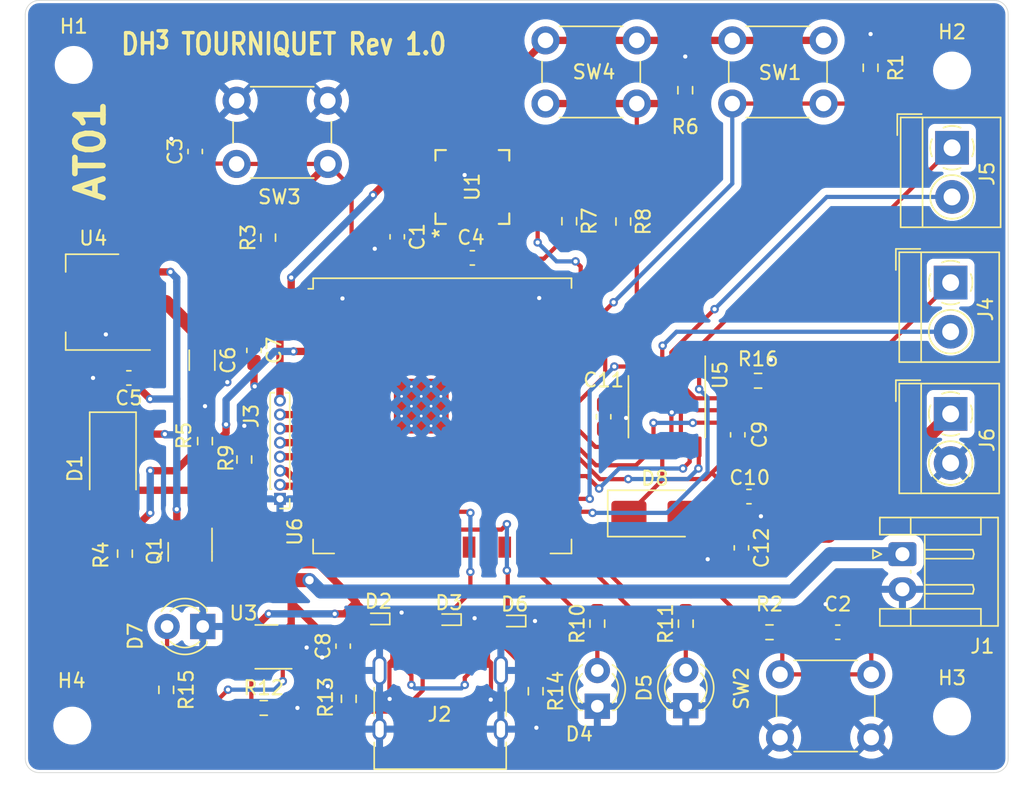
<source format=kicad_pcb>
(kicad_pcb (version 20221018) (generator pcbnew)
  (layers (0 "F.Cu" signal) (31 "B.Cu" signal) (34 "B.Paste" user) (35 "F.Paste" user) (36 "B.SilkS" user "B.Silkscreen") (37 "F.SilkS" user "F.Silkscreen") (38 "B.Mask" user) (39 "F.Mask" user) (44 "Edge.Cuts" user))
  (net 0 "")
  (net 1 "3V3")
  (net 2 "GND")
  (net 3 "VBAT")
  (net 4 "Net-(D1-K)")
  (net 5 "VBUS")
  (net 6 "Net-(D3-A2)")
  (net 7 "Net-(D7-A)")
  (net 8 "RST_SCREEN")
  (net 9 "BL_SCREEN")
  (net 10 "CS")
  (net 11 "DC_SCREEN")
  (net 12 "SCK")
  (net 13 "MOSI")
  (net 14 "Net-(J4-Pin_1)")
  (net 15 "Net-(J4-Pin_2)")
  (net 16 "Net-(J5-Pin_1)")
  (net 17 "Net-(J5-Pin_2)")
  (net 18 "SCL")
  (net 19 "SDA")
  (net 24 "DRV_SLEEP")
  (net 25 "DRV_FAULT")
  (net 26 "SOLENOID_PIN_1")
  (net 27 "SOLENOID_PIN_2")
  (net 28 "MOTOR_PIN_2")
  (net 29 "MOTOR_PIN_1")
  (net 30 "TXD0")
  (net 31 "RXD0")
  (net 32 "Net-(C2-Pad1)")
  (net 33 "Net-(U5-VCP)")
  (net 34 "Net-(D8-K)")
  (net 35 "Net-(U5-VINT)")
  (net 36 "Net-(D4-A)")
  (net 37 "Net-(D5-A)")
  (net 38 "Net-(D6-A2)")
  (net 39 "Net-(J2-CC1)")
  (net 41 "Net-(J2-CC2)")
  (net 43 "Net-(U3-PROG)")
  (net 44 "Net-(U3-STAT)")
  (net 45 "Net-(U5-AISEN)")
  (net 46 "Net-(U1-VDD)")
  (net 47 "Net-(U1-VSS)")
  (net 50 "Net-(U6-EN)")
  (net 51 "Net-(U6-IO4)")
  (net 56 "Net-(U6-IO45)")
  (net 57 "Net-(U6-IO48)")
  (net 58 "Net-(U6-IO42)")
  (net 59 "Net-(U6-IO0)")
  (net 60 "Net-(U6-IO41)")
  (net 69 "Net-(D8-A)")
  (footprint "LED_THT:LED_D3.0mm" (layer "F.Cu") (at 163.039394 120.23 90)
    (fp_text reference "D5")
    (fp_text value "LED")
  )
  (footprint "Resistor_SMD:R_0603_1608Metric_Pad0.98x0.95mm_HandSolder" (layer "F.Cu") (at 133.3 86.9 90)
    (fp_text reference "R3")
    (fp_text value "10K")
  )
  (footprint "Package_TO_SOT_SMD:SOT-23-5" (layer "F.Cu") (at 133.176894 116.04 180)
    (fp_text reference "U3")
    (fp_text value "MCP73831-2-OT")
  )
  (footprint "Resistor_SMD:R_0603_1608Metric_Pad0.98x0.95mm_HandSolder" (layer "F.Cu") (at 156.739394 114.3875 90)
    (fp_text reference "R10")
    (fp_text value "5.1K")
  )
  (footprint "MountingHole:MountingHole_2.2mm_M2_ISO7380" (layer "F.Cu") (at 182 75)
    (fp_text reference "H2")
    (fp_text value "MountingHole")
  )
  (footprint "Capacitor_SMD:C_0603_1608Metric_Pad1.08x0.95mm_HandSolder" (layer "F.Cu") (at 147.839394 88.34)
    (fp_text reference "C4")
    (fp_text value "1nF")
  )
  (footprint "Resistor_SMD:R_0603_1608Metric_Pad0.98x0.95mm_HandSolder" (layer "F.Cu") (at 131.6 102.7 90)
    (fp_text reference "R9")
    (fp_text value "100K")
  )
  (footprint "Diode_SMD:D_SOD-923" (layer "F.Cu") (at 146.18 114.1 180)
    (fp_text reference "D3")
    (fp_text value "ESD9B3.3ST5G")
  )
  (footprint "Button_Switch_THT:SW_PUSH_6mm" (layer "F.Cu") (at 166.35 72.85)
    (fp_text reference "SW1")
    (fp_text value "SW_Push")
  )
  (footprint "Resistor_SMD:R_0603_1608Metric_Pad0.98x0.95mm_HandSolder" (layer "F.Cu") (at 169 115)
    (fp_text reference "R2")
    (fp_text value "10K")
  )
  (footprint "Resistor_SMD:R_0603_1608Metric_Pad0.98x0.95mm_HandSolder" (layer "F.Cu") (at 176.2 74.8 90)
    (fp_text reference "R1")
    (fp_text value "10K")
  )
  (footprint "MountingHole:MountingHole_2.2mm_M2_ISO7380" (layer "F.Cu") (at 119.45 74.6)
    (fp_text reference "H1")
    (fp_text value "MountingHole")
  )
  (footprint "Resistor_SMD:R_0603_1608Metric_Pad0.98x0.95mm_HandSolder" (layer "F.Cu") (at 132.983144 120.39)
    (fp_text reference "R12")
    (fp_text value "5.1K")
  )
  (footprint "Diode_SMD:D_SOD-923" (layer "F.Cu") (at 150.78 114.2 180)
    (fp_text reference "D6")
    (fp_text value "ESD9B3.3ST5G")
  )
  (footprint "Capacitor_SMD:C_0603_1608Metric_Pad1.08x0.95mm_HandSolder" (layer "F.Cu") (at 166.739394 100.94 -90)
    (fp_text reference "C9")
    (fp_text value "0.01uF")
  )
  (footprint "Capacitor_SMD:C_0603_1608Metric_Pad1.08x0.95mm_HandSolder" (layer "F.Cu") (at 167.001894 108.99 -90)
    (fp_text reference "C12")
    (fp_text value "100uF")
  )
  (footprint "Resistor_SMD:R_0603_1608Metric_Pad0.98x0.95mm_HandSolder" (layer "F.Cu") (at 163.039394 114.39 90)
    (fp_text reference "R11")
    (fp_text value "5.1K")
  )
  (footprint "TerminalBlock_4Ucon:TerminalBlock_4Ucon_1x02_P3.50mm_Horizontal" (layer "F.Cu") (at 181.9 90.1 -90)
    (fp_text reference "J4")
    (fp_text value "Solenoid Valve Connector")
  )
  (footprint "Resistor_SMD:R_0603_1608Metric_Pad0.98x0.95mm_HandSolder" (layer "F.Cu") (at 152.35 119.2 -90)
    (fp_text reference "R14")
    (fp_text value "5.1K")
  )
  (footprint "Package_SO:TSSOP-16_4.4x5mm_P0.65mm" (layer "F.Cu") (at 161.689394 98.94 -90)
    (fp_text reference "U5")
    (fp_text value "DRV8833PW")
  )
  (footprint "Button_Switch_THT:SW_PUSH_6mm" (layer "F.Cu") (at 169.75 118)
    (fp_text reference "SW2")
    (fp_text value "SW_Push")
  )
  (footprint "Connector_USB:USB_C_Receptacle_HRO_TYPE-C-31-M-12" (layer "F.Cu") (at 145.55 120.85)
    (fp_text reference "J2")
    (fp_text value "USB_C_Receptacle_USB2.0")
  )
  (footprint "Connector_PinHeader_1.00mm:PinHeader_1x08_P1.00mm_Vertical" (layer "F.Cu") (at 134.139394 105.5 180)
    (fp_text reference "J3")
    (fp_text value "Conn_01x08")
  )
  (footprint "Capacitor_SMD:C_0603_1608Metric_Pad1.08x0.95mm_HandSolder" (layer "F.Cu") (at 167.539394 105.34 180)
    (fp_text reference "C10")
    (fp_text value "10uF")
  )
  (footprint "Resistor_SMD:R_0603_1608Metric_Pad0.98x0.95mm_HandSolder" (layer "F.Cu") (at 139.039394 119.74 90)
    (fp_text reference "R13")
    (fp_text value "5.1K")
  )
  (footprint "Capacitor_SMD:C_1206_3216Metric_Pad1.33x1.80mm_HandSolder" (layer "F.Cu") (at 128.589394 95.6275 -90)
    (fp_text reference "C6")
    (fp_text value "10uF")
  )
  (footprint "MountingHole:MountingHole_2.2mm_M2_ISO7380" (layer "F.Cu") (at 182 121)
    (fp_text reference "H3")
    (fp_text value "MountingHole")
  )
  (footprint "Capacitor_SMD:C_0603_1608Metric_Pad1.08x0.95mm_HandSolder" (layer "F.Cu") (at 138.639394 115.99 90)
    (fp_text reference "C8")
    (fp_text value "4.7uF")
  )
  (footprint "Capacitor_SMD:C_0603_1608Metric_Pad1.08x0.95mm_HandSolder" (layer "F.Cu") (at 123.376894 96.89 180)
    (fp_text reference "C5")
    (fp_text value "10uF")
  )
  (footprint "Resistor_SMD:R_0603_1608Metric_Pad0.98x0.95mm_HandSolder" (layer "F.Cu") (at 158.589394 85.7525 -90)
    (fp_text reference "R8")
    (fp_text value "2.2K")
  )
  (footprint "Capacitor_SMD:C_0603_1608Metric_Pad1.08x0.95mm_HandSolder" (layer "F.Cu") (at 132.289394 94.9275 -90)
    (fp_text reference "C7")
    (fp_text value "100uF")
  )
  (footprint "Capacitor_SMD:C_0603_1608Metric_Pad1.08x0.95mm_HandSolder" (layer "F.Cu") (at 128.1 80.7625 90)
    (fp_text reference "C3")
    (fp_text value "1uF")
  )
  (footprint "Capacitor_SMD:C_0603_1608Metric_Pad1.08x0.95mm_HandSolder" (layer "F.Cu") (at 173.8625 115 180)
    (fp_text reference "C2")
    (fp_text value "1uF")
  )
  (footprint "Button_Switch_THT:SW_PUSH_6mm" (layer "F.Cu") (at 137.55 81.65 180)
    (fp_text reference "SW3")
    (fp_text value "SW_Push")
  )
  (footprint "Diode_SMD:D_SOD-923" (layer "F.Cu") (at 141.1 114.05 180)
    (fp_text reference "D2")
    (fp_text value "ESD9B3.3ST5G")
  )
  (footprint "RF_Module:ESP32-S3-WROOM-1U" (layer "F.Cu") (at 145.7 99.59)
    (fp_text reference "U6")
    (fp_text value "ESP32-WROOM-32")
  )
  (footprint "Button_Switch_THT:SW_PUSH_6mm" (layer "F.Cu") (at 153.05 72.85)
    (fp_text reference "SW4")
    (fp_text value "SW_Push")
  )
  (footprint "TerminalBlock_4Ucon:TerminalBlock_4Ucon_1x02_P3.50mm_Horizontal" (layer "F.Cu") (at 181.9 99.45 -90)
    (fp_text reference "J6")
    (fp_text value "External Battery")
  )
  (footprint "Resistor_SMD:R_0603_1608Metric_Pad0.98x0.95mm_HandSolder" (layer "F.Cu") (at 126.039394 119.1025 -90)
    (fp_text reference "R15")
    (fp_text value "5.1K")
  )
  (footprint "Resistor_SMD:R_0603_1608Metric_Pad0.98x0.95mm_HandSolder" (layer "F.Cu") (at 123.1 109.4 -90)
    (fp_text reference "R4")
    (fp_text value "20K")
  )
  (footprint "MountingHole:MountingHole_2.2mm_M2_ISO7380" (layer "F.Cu") (at 119.35 121.65)
    (fp_text reference "H4")
    (fp_text value "MountingHole")
  )
  (footprint "Resistor_SMD:R_0603_1608Metric_Pad0.98x0.95mm_HandSolder" (layer "F.Cu") (at 128.8 101.3875 -90)
    (fp_text reference "R5")
    (fp_text value "10K")
  )
  (footprint "Capacitor_SMD:C_0603_1608Metric_Pad1.08x0.95mm_HandSolder" (layer "F.Cu") (at 142.489394 86.84 -90)
    (fp_text reference "C1")
    (fp_text value "0.1uF")
  )
  (footprint "LED_THT:LED_D3.0mm" (layer "F.Cu") (at 128.639394 114.59 180)
    (fp_text reference "D7")
    (fp_text value "LED")
  )
  (footprint "Resistor_SMD:R_0603_1608Metric_Pad0.98x0.95mm_HandSolder" (layer "F.Cu") (at 154.739394 85.7275 -90)
    (fp_text reference "R7")
    (fp_text value "2.2K")
  )
  (footprint "Resistor_SMD:R_0603_1608Metric_Pad0.98x0.95mm_HandSolder" (layer "F.Cu") (at 168.189394 97.09 180)
    (fp_text reference "R16")
    (fp_text value "2.2K")
  )
  (footprint "Diode_SMD:D_SMA" (layer "F.Cu") (at 122.239394 102.84 -90)
    (fp_text reference "D1")
    (fp_text value "B120-E3")
  )
  (footprint "LED_THT:LED_D3.0mm" (layer "F.Cu") (at 156.739394 120.265 90)
    (fp_text reference "D4")
    (fp_text value "LED")
  )
  (footprint "Package_TO_SOT_SMD:SOT-23" (layer "F.Cu") (at 127.739394 109.2775 -90)
    (fp_text reference "Q1")
    (fp_text value "DMG2301L")
  )
  (footprint "Diode_SMD:D_SMA" (layer "F.Cu") (at 160.989394 106.54)
    (fp_text reference "D8")
    (fp_text value "B120-E3")
  )
  (footprint "Connector_JST:JST_EH_S2B-EH_1x02_P2.50mm_Horizontal" (layer "F.Cu") (at 178.4675 109.44 -90)
    (fp_text reference "J1")
    (fp_text value "JST Connector")
  )
  (footprint "Resistor_SMD:R_0603_1608Metric_Pad0.98x0.95mm_HandSolder" (layer "F.Cu") (at 163 76.4 -90)
    (fp_text reference "R6")
    (fp_text value "10K")
  )
  (footprint "TerminalBlock_4Ucon:TerminalBlock_4Ucon_1x02_P3.50mm_Horizontal" (layer "F.Cu") (at 182 80.5 -90)
    (fp_text reference "J5")
    (fp_text value "DC Pump Connector")
  )
  (footprint "Package_TO_SOT_SMD:SOT-223-3_TabPin2" (layer "F.Cu") (at 120.789394 91.49 180)
    (fp_text reference "U4")
    (fp_text value "LM1117MP-3.3")
  )
  (footprint "Capacitor_SMD:C_0603_1608Metric_Pad1.08x0.95mm_HandSolder" (layer "F.Cu") (at 157.189394 99.6525 90)
    (fp_text reference "C11")
    (fp_text value "2.2uF")
  )
  (footprint "MPRLS0025PA00001A:MPRLS_HNW" (layer "F.Cu") (at 147.839394 83.29 90)
    (fp_text reference "U1")
    (fp_text value "MPRLS0025PA00001A")
  )
  (gr_line (start 186 71) (end 186 124) (stroke (width 0.05)) (layer "Edge.Cuts"))
  (gr_arc (start 185 70) (mid 185.707107 70.292893) (end 186 71) (stroke (width 0.05)) (layer "Edge.Cuts"))
  (gr_line (start 185 125) (end 117 125) (stroke (width 0.05)) (layer "Edge.Cuts"))
  (gr_arc (start 186 124) (mid 185.707107 124.707107) (end 185 125) (stroke (width 0.05)) (layer "Edge.Cuts"))
  (gr_arc (start 116 71) (mid 116.292893 70.292893) (end 117 70) (stroke (width 0.05)) (layer "Edge.Cuts"))
  (gr_arc (start 117 125) (mid 116.292893 124.707107) (end 116 124) (stroke (width 0.05)) (layer "Edge.Cuts"))
  (gr_line (start 116 124) (end 116 71) (stroke (width 0.05)) (layer "Edge.Cuts"))
  (gr_line (start 117 70) (end 185 70) (stroke (width 0.05)) (layer "Edge.Cuts"))
  (gr_text "AT01" (at 121.8 84.5 90) (layer "F.SilkS") (effects (font (size 2 2) (thickness 0.4) bold) (justify left bottom)))
  (gr_text "DH^{3} TOURNIQUET Rev 1.0" (at 122.7 74) (layer "F.SilkS") (effects (font (size 1.5 1.2) (thickness 0.25) bold) (justify left bottom)))
  (segment (start 153.05 72.85) (end 151.14573 74.75427) (width 0.52) (layer "F.Cu") (net 1))
  (segment (start 133.3 91.945606) (end 133.854394 92.5) (width 0.52) (layer "F.Cu") (net 1))
  (segment (start 133.3 87.8125) (end 133.3 91.945606) (width 0.52) (layer "F.Cu") (net 1))
  (segment (start 149.109394 81.190055) (end 151.14573 81.190055) (width 0.52) (layer "F.Cu") (net 1))
  (segment (start 154.739394 84.815) (end 154.739394 83.24) (width 0.52) (layer "F.Cu") (net 1))
  (segment (start 140.764394 83.865) (end 144.289394 80.34) (width 0.52) (layer "F.Cu") (net 1))
  (segment (start 134.139394 98.5) (end 134.139394 93.3) (width 0.52) (layer "F.Cu") (net 1))
  (segment (start 142.489394 85.9775) (end 142.489394 82.14) (width 0.52) (layer "F.Cu") (net 1))
  (segment (start 133.854394 92.5) (end 134.939394 92.5) (width 1) (layer "F.Cu") (net 1))
  (segment (start 134.939394 89.74) (end 134.939394 92.5) (width 0.52) (layer "F.Cu") (net 1))
  (segment (start 123.939394 91.49) (end 126.014394 91.49) (width 1) (layer "F.Cu") (net 1))
  (segment (start 149.109394 80.834455) (end 149.109394 81.190055) (width 0.52) (layer "F.Cu") (net 1))
  (segment (start 166.35 72.85) (end 159.55 72.85) (width 0.52) (layer "F.Cu") (net 1))
  (segment (start 166.35 72.85) (end 172.85 72.85) (width 0.52) (layer "F.Cu") (net 1))
  (segment (start 145.389394 80.34) (end 148.614939 80.34) (width 0.52) (layer "F.Cu") (net 1))
  (segment (start 117.639394 91.49) (end 123.939394 91.49) (width 1) (layer "F.Cu") (net 1))
  (segment (start 154.739394 83.24) (end 156.989394 83.24) (width 0.52) (layer "F.Cu") (net 1))
  (segment (start 132.289394 94.065) (end 133.854394 92.5) (width 1) (layer "F.Cu") (net 1))
  (segment (start 151.14573 74.75427) (end 151.14573 81.190055) (width 0.52) (layer "F.Cu") (net 1))
  (segment (start 151.14573 81.190055) (end 153.195675 83.24) (width 0.52) (layer "F.Cu") (net 1))
  (segment (start 156.989394 83.24) (end 158.589394 84.84) (width 0.52) (layer "F.Cu") (net 1))
  (segment (start 148.614939 80.34) (end 149.109394 80.834455) (width 0.52) (layer "F.Cu") (net 1))
  (segment (start 128.589394 94.065) (end 132.289394 94.065) (width 1) (layer "F.Cu") (net 1))
  (segment (start 126.014394 91.49) (end 128.589394 94.065) (width 1) (layer "F.Cu") (net 1))
  (segment (start 134.139394 93.3) (end 134.939394 92.5) (width 0.52) (layer "F.Cu") (net 1))
  (segment (start 144.289394 80.34) (end 145.389394 80.34) (width 0.52) (layer "F.Cu") (net 1))
  (segment (start 134.939394 92.5) (end 136.954394 92.5) (width 1) (layer "F.Cu") (net 1))
  (segment (start 153.05 72.85) (end 159.55 72.85) (width 0.52) (layer "F.Cu") (net 1))
  (segment (start 153.195675 83.24) (end 154.739394 83.24) (width 0.52) (layer "F.Cu") (net 1))
  (via (at 140.764394 83.865) (size 0.6) (drill 0.3) (layers "F.Cu" "B.Cu") (net 1))
  (via (at 134.939394 89.74) (size 0.6) (drill 0.3) (layers "F.Cu" "B.Cu") (net 1))
  (segment (start 140.764394 83.915) (end 134.939394 89.74) (width 0.52) (layer "B.Cu") (net 1))
  (segment (start 140.764394 83.865) (end 140.764394 83.915) (width 0.52) (layer "B.Cu") (net 1))
  (segment (start 134.364394 116.09) (end 136.039394 116.09) (width 0.3) (layer "F.Cu") (net 2))
  (segment (start 142.35 114.05) (end 142.8 113.6) (width 0.3) (layer "F.Cu") (net 2))
  (segment (start 137.551894 118.8275) (end 137.539394 118.84) (width 0.3) (layer "F.Cu") (net 2))
  (segment (start 146.569394 81.190055) (end 146.569394 81.72) (width 0.3) (layer "F.Cu") (net 2))
  (segment (start 146.569394 81.72) (end 147.289394 82.44) (width 0.3) (layer "F.Cu") (net 2))
  (segment (start 139.039394 118.8275) (end 137.551894 118.8275) (width 0.3) (layer "F.Cu") (net 2))
  (segment (start 173 115) (end 173 113) (width 0.3) (layer "F.Cu") (net 2))
  (segment (start 152.62 91.18) (end 152.6 91.2) (width 0.3) (layer "F.Cu") (net 2))
  (segment (start 147.9 114.1) (end 148 114) (width 0.21) (layer "F.Cu") (net 2))
  (segment (start 132.289394 97.44) (end 132.339394 97.49) (width 0.52) (layer "F.Cu") (net 2))
  (segment (start 154.45 91.18) (end 152.62 91.18) (width 0.3) (layer "F.Cu") (net 2))
  (segment (start 123.939394 93.79) (end 121.739394 93.79) (width 0.52) (layer "F.Cu") (net 2))
  (segment (start 169.101894 97.09) (end 169.101894 95.6025) (width 0.3) (layer "F.Cu") (net 2))
  (segment (start 122.514394 96.89) (end 120.826894 96.89) (width 0.52) (layer "F.Cu") (net 2))
  (segment (start 141.935 119.735) (end 141.95 119.75) (width 0.3) (layer "F.Cu") (net 2))
  (segment (start 168.401894 105.34) (end 168.401894 106.7275) (width 0.3) (layer "F.Cu") (net 2))
  (segment (start 149.165 117.17) (end 149.165 119.785) (width 0.3) (layer "F.Cu") (net 2))
  (segment (start 162.014394 99.365) (end 162.039394 99.34) (width 0.3) (layer "F.Cu") (net 2))
  (segment (start 162.014394 101.8025) (end 162.014394 99.365) (width 0.3) (layer "F.Cu") (net 2))
  (segment (start 131.6 100.3) (end 131.6 101.7875) (width 0.52) (layer "F.Cu") (net 2))
  (segment (start 140.901894 87.7025) (end 140.889394 87.69) (width 0.52) (layer "F.Cu") (net 2))
  (segment (start 142.489394 87.7025) (end 140.901894 87.7025) (width 0.52) (layer "F.Cu") (net 2))
  (segment (start 142.3 116.805) (end 141.935 117.17) (width 0.3) (layer "F.Cu") (net 2))
  (segment (start 133.895644 120.39) (end 135.383144 120.39) (width 0.3) (layer "F.Cu") (net 2))
  (segment (start 152.35 121.75) (end 152.4 121.8) (width 0.3) (layer "F.Cu") (net 2))
  (segment (start 138.589394 91.23) (end 136.954394 91.23) (width 0.52) (layer "F.Cu") (net 2))
  (segment (start 137.201894 116.8525) (end 137.139394 116.79) (width 0.3) (layer "F.Cu") (net 2))
  (segment (start 157.189394 100.515) (end 158.014394 100.515) (width 0.3) (layer "F.Cu") (net 2))
  (segment (start 151.2 114.2) (end 152.3 114.2) (width 0.3) (layer "F.Cu") (net 2))
  (segment (start 149.165 119.785) (end 149.15 119.8) (width 0.3) (layer "F.Cu") (net 2))
  (segment (start 128.8 100.475) (end 128.8 98.9) (width 0.52) (layer "F.Cu") (net 2))
  (segment (start 164.6525 109.8525) (end 164.6 109.8) (width 0.52) (layer "F.Cu") (net 2))
  (segment (start 128.1 79.9) (end 126.4375 79.9) (width 0.3) (layer "F.Cu") (net 2))
  (segment (start 138.639394 116.8525) (end 137.201894 116.8525) (width 0.3) (layer "F.Cu") (net 2))
  (segment (start 167.001894 109.8525) (end 164.6525 109.8525) (width 0.52) (layer "F.Cu") (net 2))
  (segment (start 169.101894 95.6025) (end 169.089394 95.59) (width 0.3) (layer "F.Cu") (net 2))
  (segment (start 152.35 120.1125) (end 152.35 121.75) (width 0.3) (layer "F.Cu") (net 2))
  (segment (start 146.6 114.1) (end 147.9 114.1) (width 0.21) (layer "F.Cu") (net 2))
  (segment (start 148.8 116.805) (end 149.165 117.17) (width 0.3) (layer "F.Cu") (net 2))
  (segment (start 132.289394 95.79) (end 132.289394 97.44) (width 0.52) (layer "F.Cu") (net 2))
  (segment (start 163 75.4875) (end 163 74) (width 0.3) (layer "F.Cu") (net 2))
  (segment (start 141.52 114.05) (end 142.35 114.05) (width 0.3) (layer "F.Cu") (net 2))
  (segment (start 168.401894 106.7275) (end 168.389394 106.74) (width 0.3) (layer "F.Cu") (net 2))
  (segment (start 128.589394 97.19) (end 130.389394 97.19) (width 0.52) (layer "F.Cu") (net 2))
  (segment (start 176.2 73.8875) (end 176.2 72.4) (width 0.3) (layer "F.Cu") (net 2))
  (segment (start 158.014394 100.515) (end 158.789394 99.74) (width 0.3) (layer "F.Cu") (net 2))
  (segment (start 141.935 117.17) (end 141.935 119.735) (width 0.3) (layer "F.Cu") (net 2))
  (segment (start 126.4375 79.9) (end 126.4 79.8625) (width 0.3) (layer "F.Cu") (net 2))
  (segment (start 134.314394 116.04) (end 134.364394 116.09) (width 0.3) (layer "F.Cu") (net 2))
  (via (at 147.289394 82.44) (size 0.6) (drill 0.3) (layers "F.Cu" "B.Cu") (net 2))
  (via (at 148 114) (size 0.6) (drill 0.3) (layers "F.Cu" "B.Cu") (net 2))
  (via (at 135.383144 120.39) (size 0.6) (drill 0.3) (layers "F.Cu" "B.Cu") (net 2))
  (via (at 126.4 79.8625) (size 0.6) (drill 0.3) (layers "F.Cu" "B.Cu") (net 2))
  (via (at 149.15 119.8) (size 0.6) (drill 0.3) (layers "F.Cu" "B.Cu") (net 2))
  (via (at 132.339394 97.49) (size 0.6) (drill 0.3) (layers "F.Cu" "B.Cu") (net 2))
  (via (at 152.3 114.2) (size 0.6) (drill 0.3) (layers "F.Cu" "B.Cu") (net 2))
  (via (at 162.039394 99.34) (size 0.6) (drill 0.3) (layers "F.Cu" "B.Cu") (net 2))
  (via (at 140.889394 87.69) (size 0.6) (drill 0.3) (layers "F.Cu" "B.Cu") (net 2))
  (via (at 121.739394 93.79) (size 0.6) (drill 0.3) (layers "F.Cu" "B.Cu") (net 2))
  (via (at 164.6 109.8) (size 0.6) (drill 0.3) (layers "F.Cu" "B.Cu") (net 2))
  (via (at 169.089394 95.59) (size 0.6) (drill 0.3) (layers "F.Cu" "B.Cu") (net 2))
  (via (at 163 74) (size 0.6) (drill 0.3) (layers "F.Cu" "B.Cu") (net 2))
  (via (at 136.039394 116.09) (size 0.6) (drill 0.3) (layers "F.Cu" "B.Cu") (net 2))
  (via (at 128.8 98.9) (size 0.6) (drill 0.3) (layers "F.Cu" "B.Cu") (net 2))
  (via (at 137.539394 118.84) (size 0.6) (drill 0.3) (layers "F.Cu" "B.Cu") (net 2))
  (via (at 152.4 121.8) (size 0.6) (drill 0.3) (layers "F.Cu" "B.Cu") (net 2))
  (via (at 168.389394 106.74) (size 0.6) (drill 0.3) (layers "F.Cu" "B.Cu") (net 2))
  (via (at 131.6 100.3) (size 0.6) (drill 0.3) (layers "F.Cu" "B.Cu") (net 2))
  (via (at 142.8 113.6) (size 0.6) (drill 0.3) (layers "F.Cu" "B.Cu") (net 2))
  (via (at 130.389394 97.19) (size 0.6) (drill 0.3) (layers "F.Cu" "B.Cu") (net 2))
  (via (at 137.139394 116.79) (size 0.6) (drill 0.3) (layers "F.Cu" "B.Cu") (net 2))
  (via (at 173 113) (size 0.6) (drill 0.3) (layers "F.Cu" "B.Cu") (net 2))
  (via (at 138.589394 91.23) (size 0.6) (drill 0.3) (layers "F.Cu" "B.Cu") (net 2))
  (via (at 158.789394 99.74) (size 0.6) (drill 0.3) (layers "F.Cu" "B.Cu") (net 2))
  (via (at 152.6 91.2) (size 0.6) (drill 0.3) (layers "F.Cu" "B.Cu") (net 2))
  (via (at 120.826894 96.89) (size 0.6) (drill 0.3) (layers "F.Cu" "B.Cu") (net 2))
  (via (at 141.95 119.75) (size 0.6) (drill 0.3) (layers "F.Cu" "B.Cu") (net 2))
  (via (at 176.2 72.4) (size 0.6) (drill 0.3) (layers "F.Cu" "B.Cu") (net 2))
  (segment (start 137.239394 115.19) (end 134.939394 112.89) (width 0.52) (layer "F.Cu") (net 3))
  (segment (start 134.939394 111.29) (end 129.3 111.29) (width 1) (layer "F.Cu") (net 3))
  (segment (start 134.939394 114.465) (end 134.939394 112.89) (width 0.52) (layer "F.Cu") (net 3))
  (segment (start 134.314394 115.09) (end 134.939394 114.465) (width 0.52) (layer "F.Cu") (net 3))
  (segment (start 124.0775 111.29) (end 123.1 110.3125) (width 0.52) (layer "F.Cu") (net 3))
  (segment (start 128.814394 111.29) (end 127.739394 110.215) (width 1) (layer "F.Cu") (net 3))
  (segment (start 134.939394 112.89) (end 134.939394 111.29) (width 0.52) (layer "F.Cu") (net 3))
  (segment (start 129.3 111.29) (end 124.0775 111.29) (width 0.52) (layer "F.Cu") (net 3))
  (segment (start 134.939394 111.29) (end 136.239394 111.29) (width 1) (layer "F.Cu") (net 3))
  (segment (start 138.539394 115.19) (end 137.239394 115.19) (width 0.52) (layer "F.Cu") (net 3))
  (segment (start 129.3 111.29) (end 128.814394 111.29) (width 1) (layer "F.Cu") (net 3))
  (via (at 136.239394 111.29) (size 1) (drill 0.6) (layers "F.Cu" "B.Cu") (net 3))
  (segment (start 163.4 112.1) (end 170.646894 112.1) (width 1) (layer "B.Cu") (net 3))
  (segment (start 170.646894 112.1) (end 173.306894 109.44) (width 1) (layer "B.Cu") (net 3))
  (segment (start 173.306894 109.44) (end 178.4675 109.44) (width 1) (layer "B.Cu") (net 3))
  (segment (start 137.049394 112.1) (end 136.239394 111.29) (width 1) (layer "B.Cu") (net 3))
  (segment (start 163.4 112.1) (end 137.049394 112.1) (width 1) (layer "B.Cu") (net 3))
  (segment (start 122.289394 100.89) (end 125.939394 100.89) (width 0.52) (layer "F.Cu") (net 4))
  (segment (start 124.089394 89.34) (end 123.939394 89.19) (width 0.52) (layer "F.Cu") (net 4))
  (segment (start 124.239394 96.89) (end 124.239394 97.74) (width 0.52) (layer "F.Cu") (net 4))
  (segment (start 126.789394 108.34) (end 126.789394 106.24) (width 0.52) (layer "F.Cu") (net 4))
  (segment (start 126.339394 89.34) (end 124.089394 89.34) (width 0.52) (layer "F.Cu") (net 4))
  (segment (start 122.239394 100.84) (end 122.289394 100.89) (width 0.52) (layer "F.Cu") (net 4))
  (segment (start 124.239394 97.74) (end 124.889394 98.39) (width 0.52) (layer "F.Cu") (net 4))
  (via (at 125.939394 100.89) (size 0.6) (drill 0.3) (layers "F.Cu" "B.Cu") (net 4))
  (via (at 124.889394 98.39) (size 0.6) (drill 0.3) (layers "F.Cu" "B.Cu") (net 4))
  (via (at 126.789394 106.24) (size 0.6) (drill 0.3) (layers "F.Cu" "B.Cu") (net 4))
  (via (at 126.339394 89.34) (size 0.6) (drill 0.3) (layers "F.Cu" "B.Cu") (net 4))
  (segment (start 126.789394 98.39) (end 126.789394 90.04) (width 0.52) (layer "B.Cu") (net 4))
  (segment (start 126.789394 89.79) (end 126.339394 89.34) (width 0.52) (layer "B.Cu") (net 4))
  (segment (start 126.789394 100.94) (end 126.789394 98.39) (width 0.52) (layer "B.Cu") (net 4))
  (segment (start 125.989394 100.94) (end 125.939394 100.89) (width 0.52) (layer "B.Cu") (net 4))
  (segment (start 126.789394 106.24) (end 126.789394 100.94) (width 0.52) (layer "B.Cu") (net 4))
  (segment (start 126.789394 98.39) (end 124.889394 98.39) (width 0.52) (layer "B.Cu") (net 4))
  (segment (start 126.789394 90.04) (end 126.789394 89.79) (width 0.52) (layer "B.Cu") (net 4))
  (segment (start 126.789394 100.94) (end 125.989394 100.94) (width 0.52) (layer "B.Cu") (net 4))
  (segment (start 143.1 117.664695) (end 143.1 116.805) (width 0.3) (layer "F.Cu") (net 5))
  (segment (start 132.239394 110.139394) (end 132.239394 110.2) (width 0.52) (layer "F.Cu") (net 5))
  (segment (start 139.569394 112.939394) (end 140.68 114.05) (width 0.52) (layer "F.Cu") (net 5))
  (segment (start 131.6 103.6125) (end 131.6 107.2) (width 0.52) (layer "F.Cu") (net 5))
  (segment (start 147.3 118.23) (end 148 117.53) (width 0.3) (layer "F.Cu") (net 5))
  (segment (start 140.68 114.05) (end 140.68 114.175) (width 0.52) (layer "F.Cu") (net 5))
  (segment (start 122.239394 104.84) (end 122.289394 104.89) (width 0.52) (layer "F.Cu") (net 5))
  (segment (start 142.105 115.6) (end 142.770538 115.6) (width 0.52) (layer "F.Cu") (net 5))
  (segment (start 130.44 108.34) (end 132.239394 110.139394) (width 0.52) (layer "F.Cu") (net 5))
  (segment (start 131.6 107.2) (end 131.599697 107.200303) (width 0.52) (layer "F.Cu") (net 5))
  (segment (start 142.770538 115.6) (end 143.1 115.929462) (width 0.52) (layer "F.Cu") (net 5))
  (segment (start 148 117.53) (end 148 116.805) (width 0.3) (layer "F.Cu") (net 5))
  (segment (start 140.68 114.175) (end 142.105 115.6) (width 0.52) (layer "F.Cu") (net 5))
  (segment (start 130.939394 106.54) (end 132.239394 107.84) (width 0.52) (layer "F.Cu") (net 5))
  (segment (start 138.739394 113.69) (end 139.569394 112.86) (width 0.52) (layer "F.Cu") (net 5))
  (segment (start 143.1 115.929462) (end 143.1 116.805) (width 0.52) (layer "F.Cu") (net 5))
  (segment (start 132.239394 110.2) (end 136.909394 110.2) (width 0.52) (layer "F.Cu") (net 5))
  (segment (start 139.569394 112.86) (end 139.569394 112.939394) (width 0.52) (layer "F.Cu") (net 5))
  (segment (start 147.3 118.75) (end 147.3 118.23) (width 0.3) (layer "F.Cu") (net 5))
  (segment (start 143.5 118.75) (end 143.5 118.064695) (width 0.3) (layer "F.Cu") (net 5))
  (segment (start 143.5 118.064695) (end 143.1 117.664695) (width 0.3) (layer "F.Cu") (net 5))
  (segment (start 129.289394 104.89) (end 130.939394 106.54) (width 0.52) (layer "F.Cu") (net 5))
  (segment (start 132.039394 115.09) (end 132.039394 114.99) (width 0.52) (layer "F.Cu") (net 5))
  (segment (start 132.239394 107.84) (end 132.239394 110.2) (width 0.52) (layer "F.Cu") (net 5))
  (segment (start 136.909394 110.2) (end 139.569394 112.86) (width 0.52) (layer "F.Cu") (net 5))
  (segment (start 128.689394 108.34) (end 130.44 108.34) (width 0.52) (layer "F.Cu") (net 5))
  (segment (start 138.039394 113.69) (end 138.739394 113.69) (width 0.52) (layer "F.Cu") (net 5))
  (segment (start 132.039394 114.99) (end 133.339394 113.69) (width 0.52) (layer "F.Cu") (net 5))
  (segment (start 122.289394 104.89) (end 129.289394 104.89) (width 0.52) (layer "F.Cu") (net 5))
  (via (at 147.3 118.75) (size 0.6) (drill 0.3) (layers "F.Cu" "B.Cu") (net 5))
  (via (at 143.5 118.75) (size 0.6) (drill 0.3) (layers "F.Cu" "B.Cu") (net 5))
  (via (at 138.039394 113.69) (size 0.6) (drill 0.3) (layers "F.Cu" "B.Cu") (net 5))
  (via (at 133.339394 113.69) (size 0.6) (drill 0.3) (layers "F.Cu" "B.Cu") (net 5))
  (segment (start 133.339394 113.69) (end 138.039394 113.69) (width 0.52) (layer "B.Cu") (net 5))
  (segment (start 143.75 119) (end 147.05 119) (width 0.3) (layer "B.Cu") (net 5))
  (segment (start 143.5 118.75) (end 143.75 119) (width 0.3) (layer "B.Cu") (net 5))
  (segment (start 147.05 119) (end 147.3 118.75) (width 0.3) (layer "B.Cu") (net 5))
  (segment (start 145.76 114.1) (end 145.8 114.14) (width 0.3) (layer "F.Cu") (net 6))
  (segment (start 147.62 106.42) (end 147.7 106.5) (width 0.3) (layer "F.Cu") (net 6))
  (segment (start 145.8 115.935024) (end 145.8 116.805) (width 0.3) (layer "F.Cu") (net 6))
  (segment (start 147.7 112.16) (end 147.7 110.7) (width 0.3) (layer "F.Cu") (net 6))
  (segment (start 144.8 116.805) (end 144.8 115.935024) (width 0.3) (layer "F.Cu") (net 6))
  (segment (start 145.594976 115.73) (end 145.8 115.935024) (width 0.3) (layer "F.Cu") (net 6))
  (segment (start 144.8 115.935024) (end 145.005024 115.73) (width 0.3) (layer "F.Cu") (net 6))
  (segment (start 145.76 114.1) (end 147.7 112.16) (width 0.3) (layer "F.Cu") (net 6))
  (segment (start 145.8 114.14) (end 145.8 116.805) (width 0.3) (layer "F.Cu") (net 6))
  (segment (start 147.68 110.72) (end 147.7 110.7) (width 0.3) (layer "F.Cu") (net 6))
  (segment (start 145.005024 115.73) (end 145.594976 115.73) (width 0.3) (layer "F.Cu") (net 6))
  (segment (start 136.95 106.42) (end 147.62 106.42) (width 0.3) (layer "F.Cu") (net 6))
  (via (at 147.7 110.7) (size 0.6) (drill 0.3) (layers "F.Cu" "B.Cu") (net 6))
  (via (at 147.7 106.5) (size 0.6) (drill 0.3) (layers "F.Cu" "B.Cu") (net 6))
  (segment (start 147.7 110.7) (end 147.7 106.5) (width 0.3) (layer "B.Cu") (net 6))
  (segment (start 126.099394 114.59) (end 126.099394 118.13) (width 0.3) (layer "F.Cu") (net 7))
  (segment (start 126.099394 118.13) (end 126.039394 118.19) (width 0.3) (layer "F.Cu") (net 7))
  (segment (start 134.564394 103.5) (end 134.944394 103.88) (width 0.52) (layer "F.Cu") (net 8))
  (segment (start 134.944394 103.88) (end 136.95 103.88) (width 0.52) (layer "F.Cu") (net 8))
  (segment (start 134.139394 103.5) (end 134.564394 103.5) (width 0.52) (layer "F.Cu") (net 8))
  (segment (start 136.84 102.5) (end 136.95 102.61) (width 0.52) (layer "F.Cu") (net 9))
  (segment (start 134.139394 102.5) (end 136.84 102.5) (width 0.52) (layer "F.Cu") (net 9))
  (segment (start 134.139394 99.5) (end 135.2 99.5) (width 0.52) (layer "F.Cu") (net 10))
  (segment (start 135.9 98.8) (end 136.95 98.8) (width 0.52) (layer "F.Cu") (net 10))
  (segment (start 135.2 99.5) (end 135.9 98.8) (width 0.52) (layer "F.Cu") (net 10))
  (segment (start 135.85 105.15) (end 136.95 105.15) (width 0.52) (layer "F.Cu") (net 11))
  (segment (start 135.3 104.6) (end 135.85 105.15) (width 0.52) (layer "F.Cu") (net 11))
  (segment (start 134.139394 104.5) (end 134.239394 104.6) (width 0.52) (layer "F.Cu") (net 11))
  (segment (start 134.239394 104.6) (end 135.3 104.6) (width 0.52) (layer "F.Cu") (net 11))
  (segment (start 136.79 101.5) (end 136.95 101.34) (width 0.52) (layer "F.Cu") (net 12))
  (segment (start 134.139394 101.5) (end 136.79 101.5) (width 0.52) (layer "F.Cu") (net 12))
  (segment (start 134.139394 100.5) (end 135.77 100.5) (width 0.52) (layer "F.Cu") (net 13))
  (segment (start 136.2 100.07) (end 136.95 100.07) (width 0.52) (layer "F.Cu") (net 13))
  (segment (start 135.77 100.5) (end 136.2 100.07) (width 0.52) (layer "F.Cu") (net 13))
  (segment (start 163.863049 99.19) (end 172.81 99.19) (width 0.3) (layer "F.Cu") (net 14))
  (segment (start 172.81 99.19) (end 181.9 90.1) (width 0.3) (layer "F.Cu") (net 14))
  (segment (start 161.382287 98.19) (end 162.863049 98.19) (width 0.3) (layer "F.Cu") (net 14))
  (segment (start 160.064394 96.0775) (end 160.064394 96.872107) (width 0.3) (layer "F.Cu") (net 14))
  (segment (start 160.064394 96.872107) (end 161.382287 98.19) (width 0.3) (layer "F.Cu") (net 14))
  (segment (start 162.863049 98.19) (end 163.863049 99.19) (width 0.3) (layer "F.Cu") (net 14))
  (segment (start 161.364394 96.0775) (end 161.364394 94.615) (width 0.3) (layer "F.Cu") (net 15))
  (segment (start 161.364394 94.615) (end 161.389394 94.59) (width 0.3) (layer "F.Cu") (net 15))
  (via (at 161.389394 94.59) (size 0.6) (drill 0.3) (layers "F.Cu" "B.Cu") (net 15))
  (segment (start 161.389394 94.59) (end 162.379394 93.6) (width 0.3) (layer "B.Cu") (net 15))
  (segment (start 162.379394 93.6) (end 181.9 93.6) (width 0.3) (layer "B.Cu") (net 15))
  (segment (start 167.214394 91.44) (end 171.06 91.44) (width 0.3) (layer "F.Cu") (net 16))
  (segment (start 163.314394 96.0775) (end 163.314394 95.34) (width 0.3) (layer "F.Cu") (net 16))
  (segment (start 171.06 91.44) (end 182 80.5) (width 0.3) (layer "F.Cu") (net 16))
  (segment (start 163.314394 95.34) (end 167.214394 91.44) (width 0.3) (layer "F.Cu") (net 16))
  (segment (start 162.014394 95.065) (end 162.014394 96.0775) (width 0.3) (layer "F.Cu") (net 17))
  (segment (start 165.089697 91.989697) (end 162.014394 95.065) (width 0.3) (layer "F.Cu") (net 17))
  (via (at 165.089697 91.989697) (size 0.6) (drill 0.3) (layers "F.Cu" "B.Cu") (net 17))
  (segment (start 173.079394 84) (end 182 84) (width 0.3) (layer "B.Cu") (net 17))
  (segment (start 165.089697 91.989697) (end 173.079394 84) (width 0.3) (layer "B.Cu") (net 17))
  (segment (start 153.7 93.72) (end 151.5 91.52) (width 0.3) (layer "F.Cu") (net 18))
  (segment (start 152.929394 88.4) (end 154.689394 86.64) (width 0.3) (layer "F.Cu") (net 18))
  (segment (start 154.45 93.72) (end 153.7 93.72) (width 0.3) (layer "F.Cu") (net 18))
  (segment (start 149.939392 86.839392) (end 151.5 88.4) (width 0.3) (layer "F.Cu") (net 18))
  (segment (start 151.5 88.4) (end 152.929394 88.4) (width 0.3) (layer "F.Cu") (net 18))
  (segment (start 154.689394 86.64) (end 154.739394 86.64) (width 0.3) (layer "F.Cu") (net 18))
  (segment (start 151.5 91.52) (end 151.5 88.4) (width 0.3) (layer "F.Cu") (net 18))
  (segment (start 149.939392 84.56) (end 149.939392 86.839392) (width 0.3) (layer "F.Cu") (net 18))
  (segment (start 155.554394 89.69) (end 155.554394 92.15) (width 0.3) (layer "F.Cu") (net 19))
  (segment (start 152.489394 85.140057) (end 152.489394 87.24) (width 0.3) (layer "F.Cu") (net 19))
  (segment (start 149.939392 83.29) (end 150.639337 83.29) (width 0.3) (layer "F.Cu") (net 19))
  (segment (start 150.639337 83.29) (end 152.489394 85.140057) (width 0.3) (layer "F.Cu") (net 19))
  (segment (start 155.189394 88.59) (end 155.554394 88.955) (width 0.3) (layer "F.Cu") (net 19))
  (segment (start 155.554394 92.15) (end 155.204394 92.5) (width 0.3) (layer "F.Cu") (net 19))
  (segment (start 158.589394 86.665) (end 158.579394 86.665) (width 0.3) (layer "F.Cu") (net 19))
  (segment (start 155.204394 92.5) (end 154.454394 92.5) (width 0.3) (layer "F.Cu") (net 19))
  (segment (start 158.579394 86.665) (end 155.554394 89.69) (width 0.3) (layer "F.Cu") (net 19))
  (segment (start 155.554394 88.955) (end 155.554394 89.69) (width 0.3) (layer "F.Cu") (net 19))
  (via (at 155.189394 88.59) (size 0.6) (drill 0.3) (layers "F.Cu" "B.Cu") (net 19))
  (via (at 152.489394 87.24) (size 0.6) (drill 0.3) (layers "F.Cu" "B.Cu") (net 19))
  (segment (start 153.839394 88.59) (end 155.189394 88.59) (width 0.3) (layer "B.Cu") (net 19))
  (segment (start 152.489394 87.24) (end 153.839394 88.59) (width 0.3) (layer "B.Cu") (net 19))
  (segment (start 156.4 106.5) (end 156.32 106.42) (width 0.3) (layer "F.Cu") (net 24))
  (segment (start 163.989394 97.69) (end 163.989394 96.1025) (width 0.3) (layer "F.Cu") (net 24))
  (segment (start 156.32 106.42) (end 154.45 106.42) (width 0.3) (layer "F.Cu") (net 24))
  (segment (start 163.989394 96.1025) (end 163.964394 96.0775) (width 0.3) (layer "F.Cu") (net 24))
  (via (at 163.989394 97.69) (size 0.6) (drill 0.3) (layers "F.Cu" "B.Cu") (net 24))
  (via (at 156.4 106.5) (size 0.6) (drill 0.3) (layers "F.Cu" "B.Cu") (net 24))
  (segment (start 156.4 106.5) (end 161.698633 106.5) (width 0.3) (layer "B.Cu") (net 24))
  (segment (start 164.589394 98.29) (end 163.989394 97.69) (width 0.3) (layer "B.Cu") (net 24))
  (segment (start 164.589394 103.609239) (end 164.589394 98.29) (width 0.3) (layer "B.Cu") (net 24))
  (segment (start 161.698633 106.5) (end 164.589394 103.609239) (width 0.3) (layer "B.Cu") (net 24))
  (segment (start 156.2 105.5) (end 155.224976 105.5) (width 0.3) (layer "F.Cu") (net 25))
  (segment (start 155.224976 105.5) (end 154.874976 105.15) (width 0.3) (layer "F.Cu") (net 25))
  (segment (start 154.874976 105.15) (end 154.45 105.15) (width 0.3) (layer "F.Cu") (net 25))
  (segment (start 154.454394 105.2) (end 154.569394 105.315) (width 0.3) (layer "F.Cu") (net 25))
  (segment (start 157.95 96.0775) (end 159.414394 96.0775) (width 0.3) (layer "F.Cu") (net 25))
  (via (at 156.2 105.5) (size 0.6) (drill 0.3) (layers "F.Cu" "B.Cu") (net 25))
  (via (at 157.95 96.0775) (size 0.6) (drill 0.3) (layers "F.Cu" "B.Cu") (net 25))
  (segment (start 156.189394 105.489394) (end 156.189394 97.838106) (width 0.3) (layer "B.Cu") (net 25))
  (segment (start 156.2 105.5) (end 156.189394 105.489394) (width 0.3) (layer "B.Cu") (net 25))
  (segment (start 156.189394 97.838106) (end 157.95 96.0775) (width 0.3) (layer "B.Cu") (net 25))
  (segment (start 156.607476 101.8025) (end 159.414394 101.8025) (width 0.3) (layer "F.Cu") (net 26))
  (segment (start 154.874976 100.07) (end 156.607476 101.8025) (width 0.3) (layer "F.Cu") (net 26))
  (segment (start 154.45 100.07) (end 154.874976 100.07) (width 0.3) (layer "F.Cu") (net 26))
  (segment (start 156.644976 103.11) (end 159.494394 103.11) (width 0.3) (layer "F.Cu") (net 27))
  (segment (start 159.494394 103.11) (end 160.064394 102.54) (width 0.3) (layer "F.Cu") (net 27))
  (segment (start 154.874976 101.34) (end 156.644976 103.11) (width 0.3) (layer "F.Cu") (net 27))
  (segment (start 154.45 101.34) (end 154.874976 101.34) (width 0.3) (layer "F.Cu") (net 27))
  (segment (start 160.064394 102.54) (end 160.064394 101.8025) (width 0.3) (layer "F.Cu") (net 27))
  (segment (start 154.45 103.88) (end 155.979394 103.88) (width 0.3) (layer "F.Cu") (net 28))
  (segment (start 163.314394 102.865) (end 162.839394 103.34) (width 0.3) (layer "F.Cu") (net 28))
  (segment (start 163.314394 101.8025) (end 163.314394 102.865) (width 0.3) (layer "F.Cu") (net 28))
  (segment (start 155.979394 103.88) (end 156.864394 104.765) (width 0.3) (layer "F.Cu") (net 28))
  (via (at 156.864394 104.765) (size 0.6) (drill 0.3) (layers "F.Cu" "B.Cu") (net 28))
  (via (at 162.839394 103.34) (size 0.6) (drill 0.3) (layers "F.Cu" "B.Cu") (net 28))
  (segment (start 156.864394 104.765) (end 158.289394 103.34) (width 0.3) (layer "B.Cu") (net 28))
  (segment (start 158.289394 103.34) (end 162.839394 103.34) (width 0.3) (layer "B.Cu") (net 28))
  (segment (start 156.92787 104.1) (end 155.43787 102.61) (width 0.3) (layer "F.Cu") (net 29))
  (segment (start 158.929394 104.1) (end 156.92787 104.1) (width 0.3) (layer "F.Cu") (net 29))
  (segment (start 163.964394 103.315) (end 163.939394 103.34) (width 0.3) (layer "F.Cu") (net 29))
  (segment (start 163.964394 101.8025) (end 163.964394 103.315) (width 0.3) (layer "F.Cu") (net 29))
  (segment (start 155.43787 102.61) (end 154.45 102.61) (width 0.3) (layer "F.Cu") (net 29))
  (segment (start 158.939394 104.09) (end 158.929394 104.1) (width 0.3) (layer "F.Cu") (net 29))
  (via (at 163.939394 103.34) (size 0.6) (drill 0.3) (layers "F.Cu" "B.Cu") (net 29))
  (via (at 158.939394 104.09) (size 0.6) (drill 0.3) (layers "F.Cu" "B.Cu") (net 29))
  (segment (start 163.189394 104.09) (end 158.939394 104.09) (width 0.3) (layer "B.Cu") (net 29))
  (segment (start 163.939394 103.34) (end 163.189394 104.09) (width 0.3) (layer "B.Cu") (net 29))
  (segment (start 169.9125 117.8375) (end 169.75 118) (width 0.3) (layer "F.Cu") (net 32))
  (segment (start 176.25 118) (end 176.25 116.525) (width 0.3) (layer "F.Cu") (net 32))
  (segment (start 169.9125 115) (end 169.9125 117.8375) (width 0.3) (layer "F.Cu") (net 32))
  (segment (start 169.75 118) (end 176.25 118) (width 0.3) (layer "F.Cu") (net 32))
  (segment (start 176.25 116.525) (end 174.725 115) (width 0.3) (layer "F.Cu") (net 32))
  (segment (start 163.539394 100.09) (end 163.551894 100.0775) (width 0.3) (layer "F.Cu") (net 33))
  (segment (start 160.739394 100.09) (end 160.739394 101.7775) (width 0.3) (layer "F.Cu") (net 33))
  (segment (start 160.739394 101.7775) (end 160.714394 101.8025) (width 0.3) (layer "F.Cu") (net 33))
  (segment (start 163.551894 100.0775) (end 166.739394 100.0775) (width 0.3) (layer "F.Cu") (net 33))
  (via (at 163.539394 100.09) (size 0.6) (drill 0.3) (layers "F.Cu" "B.Cu") (net 33))
  (via (at 160.739394 100.09) (size 0.6) (drill 0.3) (layers "F.Cu" "B.Cu") (net 33))
  (segment (start 163.539394 100.09) (end 160.739394 100.09) (width 0.3) (layer "B.Cu") (net 33))
  (segment (start 158.989394 106.54) (end 161.089394 104.44) (width 0.3) (layer "F.Cu") (net 34))
  (segment (start 161.364394 104.165) (end 161.364394 101.8025) (width 0.3) (layer "F.Cu") (net 34))
  (segment (start 164.895644 103.64625) (end 166.739394 101.8025) (width 0.3) (layer "F.Cu") (net 34))
  (segment (start 161.439394 104.09) (end 164.451894 104.09) (width 0.3) (layer "F.Cu") (net 34))
  (segment (start 166.589394 105.34) (end 164.895644 103.64625) (width 0.3) (layer "F.Cu") (net 34))
  (segment (start 166.676894 105.34) (end 166.589394 105.34) (width 0.3) (layer "F.Cu") (net 34))
  (segment (start 161.089394 104.44) (end 161.364394 104.165) (width 0.3) (layer "F.Cu") (net 34))
  (segment (start 164.451894 104.09) (end 164.895644 103.64625) (width 0.3) (layer "F.Cu") (net 34))
  (segment (start 161.364394 104.165) (end 161.439394 104.09) (width 0.3) (layer "F.Cu") (net 34))
  (segment (start 157.189394 98.79) (end 157.289394 98.69) (width 0.3) (layer "F.Cu") (net 35))
  (segment (start 162.689394 101.7775) (end 162.664394 101.8025) (width 0.3) (layer "F.Cu") (net 35))
  (segment (start 162.689394 99.04) (end 162.689394 101.7775) (width 0.3) (layer "F.Cu") (net 35))
  (segment (start 157.289394 98.69) (end 162.339394 98.69) (width 0.3) (layer "F.Cu") (net 35))
  (segment (start 162.339394 98.69) (end 162.689394 99.04) (width 0.3) (layer "F.Cu") (net 35))
  (segment (start 156.739394 114.985) (end 156.739394 117.725) (width 0.3) (layer "F.Cu") (net 36))
  (segment (start 163.039394 114.9875) (end 163.039394 117.69) (width 0.3) (layer "F.Cu") (net 37))
  (segment (start 150.36 110.66) (end 150.3 110.6) (width 0.3) (layer "F.Cu") (net 38))
  (segment (start 146.3 116.805) (end 146.3 115.935024) (width 0.3) (layer "F.Cu") (net 38))
  (segment (start 149.91 107.69) (end 136.95 107.69) (width 0.3) (layer "F.Cu") (net 38))
  (segment (start 150.3 107.3) (end 149.91 107.69) (width 0.3) (layer "F.Cu") (net 38))
  (segment (start 145.3 116.805) (end 145.3 117.674976) (width 0.3) (layer "F.Cu") (net 38))
  (segment (start 146.3 115.935024) (end 147.385024 114.85) (width 0.3) (layer "F.Cu") (net 38))
  (segment (start 150.36 114.2) (end 150.36 110.66) (width 0.3) (layer "F.Cu") (net 38))
  (segment (start 145.505024 117.88) (end 146.094976 117.88) (width 0.3) (layer "F.Cu") (net 38))
  (segment (start 145.3 117.674976) (end 145.505024 117.88) (width 0.3) (layer "F.Cu") (net 38))
  (segment (start 147.385024 114.85) (end 149.71 114.85) (width 0.3) (layer "F.Cu") (net 38))
  (segment (start 149.71 114.85) (end 150.36 114.2) (width 0.3) (layer "F.Cu") (net 38))
  (segment (start 146.3 117.674976) (end 146.3 116.805) (width 0.3) (layer "F.Cu") (net 38))
  (segment (start 146.094976 117.88) (end 146.3 117.674976) (width 0.3) (layer "F.Cu") (net 38))
  (via (at 150.3 110.6) (size 0.6) (drill 0.3) (layers "F.Cu" "B.Cu") (net 38))
  (via (at 150.3 107.3) (size 0.6) (drill 0.3) (layers "F.Cu" "B.Cu") (net 38))
  (segment (start 150.3 110.6) (end 150.3 107.3) (width 0.3) (layer "B.Cu") (net 38))
  (segment (start 144.3 116.805) (end 144.3 119.15) (width 0.3) (layer "F.Cu") (net 39))
  (segment (start 138.826894 120.6025) (end 138.839394 120.59) (width 0.3) (layer "F.Cu") (net 39))
  (segment (start 142.7975 120.6525) (end 139.039394 120.6525) (width 0.3) (layer "F.Cu") (net 39))
  (segment (start 144.3 119.15) (end 142.7975 120.6525) (width 0.3) (layer "F.Cu") (net 39))
  (segment (start 147.3 116.805) (end 147.3 115.985024) (width 0.3) (layer "F.Cu") (net 41))
  (segment (start 147.555024 115.73) (end 149.7925 115.73) (width 0.3) (layer "F.Cu") (net 41))
  (segment (start 149.7925 115.73) (end 152.35 118.2875) (width 0.3) (layer "F.Cu") (net 41))
  (segment (start 147.3 115.985024) (end 147.555024 115.73) (width 0.3) (layer "F.Cu") (net 41))
  (segment (start 132.101894 117.0525) (end 132.101894 120.35875) (width 0.3) (layer "F.Cu") (net 43))
  (segment (start 132.101894 120.35875) (end 132.070644 120.39) (width 0.3) (layer "F.Cu") (net 43))
  (segment (start 132.039394 116.99) (end 132.101894 117.0525) (width 0.3) (layer "F.Cu") (net 43))
  (segment (start 126.039394 120.015) (end 126.126894 120.1025) (width 0.3) (layer "F.Cu") (net 44))
  (segment (start 134.339394 117.015) (end 134.314394 116.99) (width 0.3) (layer "F.Cu") (net 44))
  (segment (start 134.339394 118.49) (end 134.339394 117.015) (width 0.3) (layer "F.Cu") (net 44))
  (segment (start 126.126894 120.1025) (end 129.426894 120.1025) (width 0.3) (layer "F.Cu") (net 44))
  (segment (start 129.426894 120.1025) (end 130.439394 119.09) (width 0.3) (layer "F.Cu") (net 44))
  (via (at 130.439394 119.09) (size 0.6) (drill 0.3) (layers "F.Cu" "B.Cu") (net 44))
  (via (at 134.339394 118.49) (size 0.6) (drill 0.3) (layers "F.Cu" "B.Cu") (net 44))
  (segment (start 130.439394 119.09) (end 133.739394 119.09) (width 0.3) (layer "B.Cu") (net 44))
  (segment (start 133.739394 119.09) (end 134.339394 118.49) (width 0.3) (layer "B.Cu") (net 44))
  (segment (start 162.664394 96.0775) (end 162.664394 97.284239) (width 0.3) (layer "F.Cu") (net 45))
  (segment (start 160.714394 96.815) (end 161.064394 97.165) (width 0.3) (layer "F.Cu") (net 45))
  (segment (start 161.064394 97.165) (end 162.314394 97.165) (width 0.3) (layer "F.Cu") (net 45))
  (segment (start 160.714394 96.0775) (end 160.714394 96.815) (width 0.3) (layer "F.Cu") (net 45))
  (segment (start 162.314394 97.165) (end 162.664394 96.815) (width 0.3) (layer "F.Cu") (net 45))
  (segment (start 163.720155 98.34) (end 166.026894 98.34) (width 0.3) (layer "F.Cu") (net 45))
  (segment (start 162.664394 96.815) (end 162.664394 96.0775) (width 0.3) (layer "F.Cu") (net 45))
  (segment (start 166.026894 98.34) (end 167.276894 97.09) (width 0.3) (layer "F.Cu") (net 45))
  (segment (start 162.664394 97.284239) (end 163.720155 98.34) (width 0.3) (layer "F.Cu") (net 45))
  (segment (start 146.569394 87.9325) (end 146.976894 88.34) (width 0.3) (layer "F.Cu") (net 46))
  (segment (start 146.569394 85.389945) (end 146.569394 87.9325) (width 0.3) (layer "F.Cu") (net 46))
  (segment (start 148.701894 88.34) (end 149.109394 87.9325) (width 0.3) (layer "F.Cu") (net 47))
  (segment (start 149.109394 87.9325) (end 149.109394 85.389945) (width 0.3) (layer "F.Cu") (net 47))
  (segment (start 133.3 85.9) (end 137.55 81.65) (width 0.52) (layer "F.Cu") (net 50))
  (segment (start 138.28 93.72) (end 136.95 93.72) (width 0.3) (layer "F.Cu") (net 50))
  (segment (start 131.025 81.625) (end 131.05 81.65) (width 0.3) (layer "F.Cu") (net 50))
  (segment (start 139.239394 92.760606) (end 138.28 93.72) (width 0.3) (layer "F.Cu") (net 50))
  (segment (start 137.55 81.65) (end 139.239394 83.339394) (width 0.3) (layer "F.Cu") (net 50))
  (segment (start 133.3 85.9875) (end 133.3 85.9) (width 0.52) (layer "F.Cu") (net 50))
  (segment (start 139.239394 83.339394) (end 139.239394 92.760606) (width 0.3) (layer "F.Cu") (net 50))
  (segment (start 128.1 81.625) (end 131.025 81.625) (width 0.3) (layer "F.Cu") (net 50))
  (segment (start 131.05 81.65) (end 137.55 81.65) (width 0.3) (layer "F.Cu") (net 50))
  (segment (start 135.1 95) (end 136.94 95) (width 0.52) (layer "F.Cu") (net 51))
  (segment (start 123.1 108.3) (end 124.9 106.5) (width 0.52) (layer "F.Cu") (net 51))
  (segment (start 130.3 100.8) (end 130.3 100.2) (width 0.52) (layer "F.Cu") (net 51))
  (segment (start 128.8 102.3) (end 130.3 100.8) (width 0.52) (layer "F.Cu") (net 51))
  (segment (start 123.1 108.4875) (end 123.1 108.3) (width 0.52) (layer "F.Cu") (net 51))
  (segment (start 124.9 103.5) (end 126.7125 103.5) (width 0.52) (layer "F.Cu") (net 51))
  (segment (start 136.94 95) (end 136.95 94.99) (width 0.52) (layer "F.Cu") (net 51))
  (segment (start 127.9125 102.3) (end 128.8 102.3) (width 0.52) (layer "F.Cu") (net 51))
  (segment (start 126.7125 103.5) (end 127.9125 102.3) (width 0.52) (layer "F.Cu") (net 51))
  (via (at 135.1 95) (size 0.6) (drill 0.3) (layers "F.Cu" "B.Cu") (net 51))
  (via (at 124.9 103.5) (size 0.6) (drill 0.3) (layers "F.Cu" "B.Cu") (net 51))
  (via (at 124.9 106.5) (size 0.6) (drill 0.3) (layers "F.Cu" "B.Cu") (net 51))
  (via (at 130.3 100.2) (size 0.6) (drill 0.3) (layers "F.Cu" "B.Cu") (net 51))
  (segment (start 124.9 106.5) (end 124.9 103.5) (width 0.52) (layer "B.Cu") (net 51))
  (segment (start 130.3 98.454591) (end 133.754591 95) (width 0.52) (layer "B.Cu") (net 51))
  (segment (start 133.754591 95) (end 135.1 95) (width 0.52) (layer "B.Cu") (net 51))
  (segment (start 130.3 100.2) (end 130.3 98.454591) (width 0.52) (layer "B.Cu") (net 51))
  (segment (start 154.74 108.94) (end 159.2775 113.4775) (width 0.3) (layer "F.Cu") (net 56))
  (segment (start 152.685 108.94) (end 154.74 108.94) (width 0.3) (layer "F.Cu") (net 56))
  (segment (start 159.2775 113.4775) (end 163.039394 113.4775) (width 0.3) (layer "F.Cu") (net 56))
  (segment (start 151.415 109.69) (end 155.2 113.475) (width 0.3) (layer "F.Cu") (net 57))
  (segment (start 155.2 113.475) (end 156.739394 113.475) (width 0.3) (layer "F.Cu") (net 57))
  (segment (start 151.415 108.94) (end 151.415 109.69) (width 0.3) (layer "F.Cu") (net 57))
  (segment (start 172.85 77.35) (end 174.5625 77.35) (width 0.3) (layer "F.Cu") (net 58))
  (segment (start 154.45 97.53) (end 155.2 97.53) (width 0.3) (layer "F.Cu") (net 58))
  (segment (start 156.8 93.5) (end 156.8 92.6) (width 0.3) (layer "F.Cu") (net 58))
  (segment (start 174.5625 77.35) (end 176.2 75.7125) (width 0.3) (layer "F.Cu") (net 58))
  (segment (start 155.2 97.53) (end 156.8 95.93) (width 0.3) (layer "F.Cu") (net 58))
  (segment (start 156.8 92.6) (end 157.9 91.5) (width 0.3) (layer "F.Cu") (net 58))
  (segment (start 166.35 77.35) (end 172.85 77.35) (width 0.3) (layer "F.Cu") (net 58))
  (segment (start 156.8 95.93) (end 156.8 93.5) (width 0.3) (layer "F.Cu") (net 58))
  (via (at 157.9 91.5) (size 0.6) (drill 0.3) (layers "F.Cu" "B.Cu") (net 58))
  (segment (start 166.35 83.05) (end 166.35 77.35) (width 0.3) (layer "B.Cu") (net 58))
  (segment (start 157.9 91.5) (end 166.35 83.05) (width 0.3) (layer "B.Cu") (net 58))
  (segment (start 165.0875 112) (end 168.0875 115) (width 0.3) (layer "F.Cu") (net 59))
  (segment (start 158.76 112) (end 165.0875 112) (width 0.3) (layer "F.Cu") (net 59))
  (segment (start 154.45 107.69) (end 158.76 112) (width 0.3) (layer "F.Cu") (net 59))
  (segment (start 157.3 94.7) (end 159.55 92.45) (width 0.3) (layer "F.Cu") (net 60))
  (segment (start 155.2 98.8) (end 157.3 96.7) (width 0.3) (layer "F.Cu") (net 60))
  (segment (start 159.55 92.45) (end 159.55 77.35) (width 0.3) (layer "F.Cu") (net 60))
  (segment (start 154.45 98.8) (end 155.2 98.8) (width 0.3) (layer "F.Cu") (net 60))
  (segment (start 159.55 77.35) (end 162.9625 77.35) (width 0.52) (layer "F.Cu") (net 60))
  (segment (start 153.05 77.35) (end 159.55 77.35) (width 0.52) (layer "F.Cu") (net 60))
  (segment (start 162.9625 77.35) (end 163 77.3125) (width 0.52) (layer "F.Cu") (net 60))
  (segment (start 157.3 96.7) (end 157.3 94.7) (width 0.3) (layer "F.Cu") (net 60))
  (segment (start 173.2225 108.1275) (end 181.9 99.45) (width 1) (layer "F.Cu") (net 69))
  (segment (start 167.001894 108.1275) (end 164.576894 108.1275) (width 1) (layer "F.Cu") (net 69))
  (segment (start 164.576894 108.1275) (end 162.989394 106.54) (width 1) (layer "F.Cu") (net 69))
  (segment (start 167.001894 108.1275) (end 173.2225 108.1275) (width 1) (layer "F.Cu") (net 69))
  (zone (net 2) (net_name "GND") (layer "B.Cu") (connect_pads (clearance 0.5)) (min_thickness 0.25) (fill yes (thermal_gap 0.5) (thermal_bridge_width 0.5))
    (polygon (pts (xy 116 125) (xy 116 70) (xy 186 70) (xy 186 125)))
  )
)
</source>
